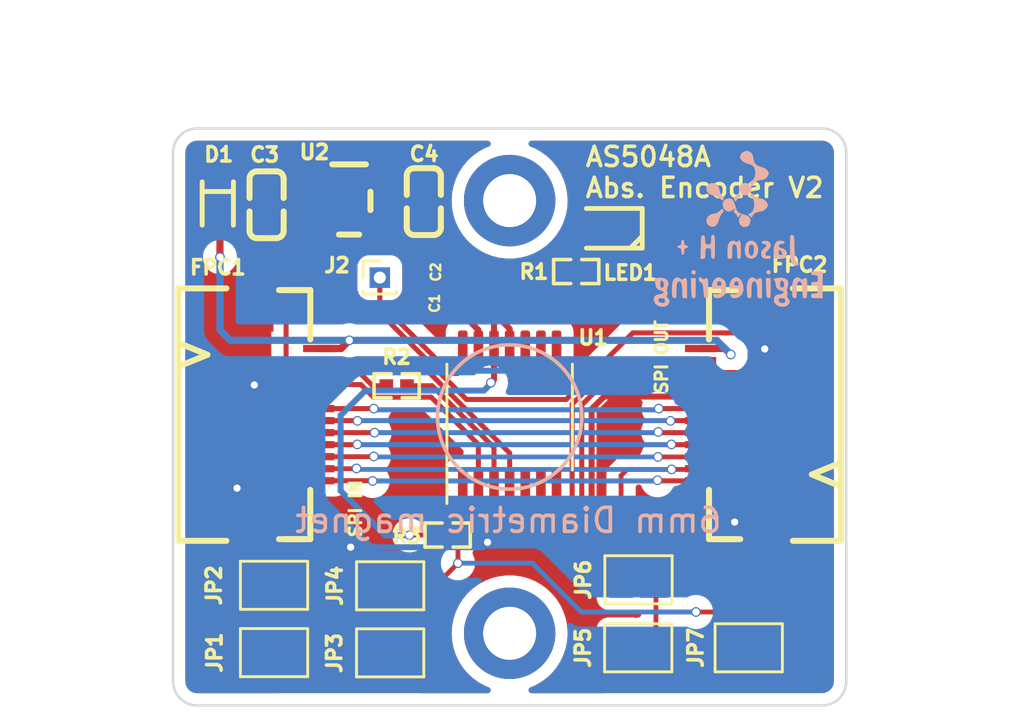
<source format=kicad_pcb>
(kicad_pcb (version 20211014) (generator pcbnew)
  (layers (0 "F.Cu" power) (31 "B.Cu" power) (34 "B.Paste" user) (35 "F.Paste" user) (36 "B.SilkS" user "B.Silkscreen") (37 "F.SilkS" user "F.Silkscreen") (38 "B.Mask" user) (39 "F.Mask" user) (44 "Edge.Cuts" user))
  (net 0 "")
  (net 1 "/3V3")
  (net 2 "GND")
  (net 3 "/5V")
  (net 4 "/MOSI")
  (net 5 "/MISO")
  (net 6 "/CLK")
  (net 7 "/CS6")
  (net 8 "/CS7")
  (net 9 "/CS5")
  (net 10 "Net-(J2-Pad1)")
  (net 17 "Net-(LED1-Pad2)")
  (net 18 "/CS4")
  (net 19 "/CS3")
  (net 20 "/CS2")
  (net 21 "/CS1")
  (net 22 "Net-(R2-Pad1)")
  (net 23 "/5V_reg")
  (net 25 "/CS")
  (footprint "green_LED_wurth_150060GS75000_0603_C5252984:LEDC1608X80N" (layer "F.Cu") (at 203.94 92.15 180)
    (fp_text reference "LED1" (at -1.08 -1.85) (layer "F.SilkS") (effects (font (size 0.6 0.6))))
    (fp_text value "Green")
    (pad "1" smd rect locked (at -0.75 0 180) (size 0.95 0.95) (layers "F.Cu" "F.Paste" "F.Mask") (net 2 "GND"))
    (pad "2" smd rect locked (at 0.75 0 180) (size 0.95 0.95) (layers "F.Cu" "F.Paste" "F.Mask") (net 17 "Net-(LED1-Pad2)"))
  )
  (footprint "LDO_1A_Fixed_3.3V_out_5.5V_in_SOT-23-5_C485517:LDO_1A_Fixed_3.3V_out_5.5V_in_SOT-23-5_C485517" (layer "F.Cu") (at 193.32 91.01 -90)
    (fp_text reference "U2" (at -2.03 1.44 180) (layer "F.SilkS") (effects (font (size 0.6 0.6))))
    (fp_text value "TLV75733PDBVR")
    (pad "1" smd rect locked (at -0.95 1.1 270) (size 0.6 1) (layers "F.Cu" "F.Paste" "F.Mask") (net 3 "/5V"))
    (pad "2" smd rect locked (at 0 1.1 270) (size 0.6 1) (layers "F.Cu" "F.Paste" "F.Mask") (net 2 "GND"))
    (pad "3" smd rect locked (at 0.95 1.1 270) (size 0.6 1) (layers "F.Cu" "F.Paste" "F.Mask") (net 3 "/5V"))
    (pad "4" smd rect locked (at 0.95 -1.1 270) (size 0.6 1) (layers "F.Cu" "F.Paste" "F.Mask"))
    (pad "5" smd rect locked (at -0.95 -1.1 270) (size 0.6 1) (layers "F.Cu" "F.Paste" "F.Mask") (net 1 "/3V3"))
  )
  (footprint "diode_BAT20JFILM:SOD-323" (layer "F.Cu") (at 187.86 91.12 -90)
    (property "VALUE" "BAT20JFILM")
    (fp_text reference "D1" (at -2.04 -0.04 180) (layer "F.SilkS") (effects (font (size 0.6 0.6))))
    (fp_text value "BAT20JFILM")
    (pad "A" smd rect locked (at 1.15 0 270) (size 0.63 0.83) (layers "F.Cu" "F.Paste" "F.Mask") (net 23 "/5V_reg"))
    (pad "C" smd rect locked (at -1.15 0 270) (size 0.63 0.83) (layers "F.Cu" "F.Paste" "F.Mask") (net 3 "/5V"))
  )
  (footprint "solder_jumpers:SolderJumper-2_P1.3mm_Open_TrianglePad1.0x1.5mm" (layer "F.Cu") (at 209.945 109.6)
    (fp_text reference "JP7" (at -2.205 0 90) (layer "F.SilkS") (effects (font (size 0.6 0.6))))
    (fp_text value "Jumper_2_Open")
    (pad "1" smd custom locked (at -0.725 0) (size 0.3 0.3) (layers "F.Cu" "F.Mask") (net 8 "/CS7") (options (clearance outline) (anchor rect)) (primitives (gr_poly (pts (xy -0.5 -0.75) (xy 0.5 -0.75) (xy 1 0) (xy 0.5 0.75) (xy -0.5 0.75)) (width 0) (fill yes))))
    (pad "2" smd custom locked (at 0.725 0) (size 0.3 0.3) (layers "F.Cu" "F.Mask") (net 25 "/CS") (options (clearance outline) (anchor rect)) (primitives (gr_poly (pts (xy -0.65 -0.75) (xy 0.5 -0.75) (xy 0.5 0.75) (xy -0.65 0.75) (xy -0.15 0)) (width 0) (fill yes))))
  )
  (footprint "MountingHole:MountingHole_2.2mm_M2_DIN965_Pad" (layer "F.Cu") (at 200 90.9975)
    (fp_text reference "REF**" hide)
    (fp_text value "MountingHole_2.2mm_M2_DIN965_Pad")
    (pad "1" thru_hole circle locked (at 0 0) (size 3.8 3.8) (drill 2.2) (layers *.Cu *.Mask))
  )
  (footprint "MLCC_16V_1uF_X7R_±10%_0603_C106248:MLCC_16V_1uF_X7R_±10%_0603_C106248" (layer "F.Cu") (at 196.43 91.04 90)
    (fp_text reference "C4" (at 1.98 0.01) (layer "F.SilkS") (effects (font (size 0.6 0.6))))
    (fp_text value "CC0603KRX7R7BB105")
    (pad "1" smd rect locked (at -0.7 0 90) (size 0.8 0.9) (layers "F.Cu" "F.Paste" "F.Mask") (net 1 "/3V3"))
    (pad "2" smd rect locked (at 0.7 0 90) (size 0.8 0.9) (layers "F.Cu" "F.Paste" "F.Mask") (net 2 "GND"))
  )
  (footprint "Resistor_62.5mW_50V_±1%_33Ω_0402_C138002:Resistor_62.5mW_50V_±1%_33Ω_0402_C138002" (layer "F.Cu") (at 195.3 98.7 180)
    (fp_text reference "R2" (at 0 1.2) (layer "F.SilkS") (effects (font (size 0.6 0.6))))
    (fp_text value "RC0402FR-0733RL")
    (pad "1" smd rect locked (at -0.43 0 180) (size 0.57 0.54) (layers "F.Cu" "F.Paste" "F.Mask") (net 22 "Net-(R2-Pad1)"))
    (pad "2" smd rect locked (at 0.43 0 180) (size 0.57 0.54) (layers "F.Cu" "F.Paste" "F.Mask") (net 5 "/MISO"))
  )
  (footprint "Connector_PinHeader_1.00mm:PinHeader_1x01_P1.00mm_Vertical" (layer "F.Cu") (at 194.6 94.2)
    (fp_text reference "J2" (at -1.78 -0.51) (layer "F.SilkS") (effects (font (size 0.6 0.6))))
    (fp_text value "Conn_01x01_Female")
    (pad "1" thru_hole rect (at 0 0) (size 0.85 0.85) (drill 0.5) (layers *.Cu *.Mask) (net 10 "Net-(J2-Pad1)"))
  )
  (footprint "MountingHole:MountingHole_2.2mm_M2_DIN965_Pad" (layer "F.Cu") (at 200 108.9975)
    (fp_text reference "REF**" hide)
    (fp_text value "MountingHole_2.2mm_M2_DIN965_Pad")
    (pad "1" thru_hole circle locked (at 0 0) (size 3.8 3.8) (drill 2.2) (layers *.Cu *.Mask))
  )
  (footprint "solder_jumpers:SolderJumper-2_P1.3mm_Open_TrianglePad1.0x1.5mm" (layer "F.Cu") (at 195.03 109.81)
    (fp_text reference "JP3" (at -2.32 0.01 90) (layer "F.SilkS") (effects (font (size 0.6 0.6))))
    (fp_text value "Jumper_2_Open")
    (pad "1" smd custom locked (at -0.725 0) (size 0.3 0.3) (layers "F.Cu" "F.Mask") (net 19 "/CS3") (options (clearance outline) (anchor rect)) (primitives (gr_poly (pts (xy -0.5 -0.75) (xy 0.5 -0.75) (xy 1 0) (xy 0.5 0.75) (xy -0.5 0.75)) (width 0) (fill yes))))
    (pad "2" smd custom locked (at 0.725 0) (size 0.3 0.3) (layers "F.Cu" "F.Mask") (net 25 "/CS") (options (clearance outline) (anchor rect)) (primitives (gr_poly (pts (xy -0.65 -0.75) (xy 0.5 -0.75) (xy 0.5 0.75) (xy -0.65 0.75) (xy -0.15 0)) (width 0) (fill yes))))
  )
  (footprint "solder_jumpers:SolderJumper-2_P1.3mm_Open_TrianglePad1.0x1.5mm" (layer "F.Cu") (at 190.2 109.8)
    (fp_text reference "JP1" (at -2.475 0 90) (layer "F.SilkS") (effects (font (size 0.6 0.6))))
    (fp_text value "Jumper_2_Open")
    (pad "1" smd custom locked (at -0.725 0) (size 0.3 0.3) (layers "F.Cu" "F.Mask") (net 21 "/CS1") (options (clearance outline) (anchor rect)) (primitives (gr_poly (pts (xy -0.5 -0.75) (xy 0.5 -0.75) (xy 1 0) (xy 0.5 0.75) (xy -0.5 0.75)) (width 0) (fill yes))))
    (pad "2" smd custom locked (at 0.725 0) (size 0.3 0.3) (layers "F.Cu" "F.Mask") (net 25 "/CS") (options (clearance outline) (anchor rect)) (primitives (gr_poly (pts (xy -0.65 -0.75) (xy 0.5 -0.75) (xy 0.5 0.75) (xy -0.65 0.75) (xy -0.15 0)) (width 0) (fill yes))))
  )
  (footprint "FFC_conn_Flip type_12P_P=0.5mm_C262661:FFC_conn_Flip type_12P_P=0.5mm_C262661" (layer "F.Cu") (at 190.7175 99.9 -90)
    (fp_text reference "FPC1" (at -6.12 2.8575 180) (layer "F.SilkS") (effects (font (size 0.6 0.6))))
    (fp_text value "AFC01-S12FCA-00")
    (pad "1" smd rect locked (at -2.75 -1.34 270) (size 0.3 1.3) (layers "F.Cu" "F.Paste" "F.Mask") (net 23 "/5V_reg"))
    (pad "2" smd rect locked (at -2.25 -1.34 270) (size 0.3 1.3) (layers "F.Cu" "F.Paste" "F.Mask") (net 4 "/MOSI"))
    (pad "3" smd rect locked (at -1.75 -1.34 270) (size 0.3 1.3) (layers "F.Cu" "F.Paste" "F.Mask") (net 5 "/MISO"))
    (pad "4" smd rect locked (at -1.25 -1.34 270) (size 0.3 1.3) (layers "F.Cu" "F.Paste" "F.Mask") (net 6 "/CLK"))
    (pad "5" smd rect locked (at -0.75 -1.34 270) (size 0.3 1.3) (layers "F.Cu" "F.Paste" "F.Mask") (net 2 "GND"))
    (pad "6" smd rect locked (at -0.25 -1.34 270) (size 0.3 1.3) (layers "F.Cu" "F.Paste" "F.Mask") (net 21 "/CS1"))
    (pad "7" smd rect locked (at 0.25 -1.34 270) (size 0.3 1.3) (layers "F.Cu" "F.Paste" "F.Mask") (net 20 "/CS2"))
    (pad "8" smd rect locked (at 0.75 -1.34 270) (size 0.3 1.3) (layers "F.Cu" "F.Paste" "F.Mask") (net 19 "/CS3"))
    (pad "9" smd rect locked (at 1.25 -1.34 270) (size 0.3 1.3) (layers "F.Cu" "F.Paste" "F.Mask") (net 18 "/CS4"))
    (pad "10" smd rect locked (at 1.75 -1.34 270) (size 0.3 1.3) (layers "F.Cu" "F.Paste" "F.Mask") (net 9 "/CS5"))
    (pad "11" smd rect locked (at 2.25 -1.34 270) (size 0.3 1.3) (layers "F.Cu" "F.Paste" "F.Mask") (net 7 "/CS6"))
    (pad "12" smd rect locked (at 2.75 -1.34 270) (size 0.3 1.3) (layers "F.Cu" "F.Paste" "F.Mask") (net 8 "/CS7"))
    (pad "13" smd rect locked (at -4.45 1.34 270) (size 2 1.6) (layers "F.Cu" "F.Paste" "F.Mask") (net 2 "GND"))
    (pad "14" smd rect locked (at 4.45 1.34 90) (size 2 1.6) (layers "F.Cu" "F.Paste" "F.Mask") (net 2 "GND"))
  )
  (footprint "solder_jumpers:SolderJumper-2_P1.3mm_Open_TrianglePad1.0x1.5mm" (layer "F.Cu") (at 190.2 107)
    (fp_text reference "JP2" (at -2.5 0 90) (layer "F.SilkS") (effects (font (size 0.6 0.6))))
    (fp_text value "Jumper_2_Open")
    (pad "1" smd custom locked (at -0.725 0) (size 0.3 0.3) (layers "F.Cu" "F.Mask") (net 20 "/CS2") (options (clearance outline) (anchor rect)) (primitives (gr_poly (pts (xy -0.5 -0.75) (xy 0.5 -0.75) (xy 1 0) (xy 0.5 0.75) (xy -0.5 0.75)) (width 0) (fill yes))))
    (pad "2" smd custom locked (at 0.725 0) (size 0.3 0.3) (layers "F.Cu" "F.Mask") (net 25 "/CS") (options (clearance outline) (anchor rect)) (primitives (gr_poly (pts (xy -0.65 -0.75) (xy 0.5 -0.75) (xy 0.5 0.75) (xy -0.65 0.75) (xy -0.15 0)) (width 0) (fill yes))))
  )
  (footprint "solder_jumpers:SolderJumper-2_P1.3mm_Open_TrianglePad1.0x1.5mm" (layer "F.Cu") (at 205.36 106.77)
    (fp_text reference "JP6" (at -2.3 0 90) (layer "F.SilkS") (effects (font (size 0.6 0.6))))
    (fp_text value "Jumper_2_Open")
    (pad "1" smd custom locked (at -0.725 0) (size 0.3 0.3) (layers "F.Cu" "F.Mask") (net 7 "/CS6") (options (clearance outline) (anchor rect)) (primitives (gr_poly (pts (xy -0.5 -0.75) (xy 0.5 -0.75) (xy 1 0) (xy 0.5 0.75) (xy -0.5 0.75)) (width 0) (fill yes))))
    (pad "2" smd custom locked (at 0.725 0) (size 0.3 0.3) (layers "F.Cu" "F.Mask") (net 25 "/CS") (options (clearance outline) (anchor rect)) (primitives (gr_poly (pts (xy -0.65 -0.75) (xy 0.5 -0.75) (xy 0.5 0.75) (xy -0.65 0.75) (xy -0.15 0)) (width 0) (fill yes))))
  )
  (footprint "10uF_cap_GRM155R60J106ME15D:CAPC1005X65N" (layer "F.Cu") (at 198.24 95.28 180)
    (fp_text reference "C1" (at 1.36 0.01 90) (layer "F.SilkS") (effects (font (size 0.4 0.4) (thickness 0.1))))
    (fp_text value "GRM155R60J106ME15D")
    (pad "1" smd rect locked (at -0.437 0 180) (size 0.6 0.67) (layers "F.Cu" "F.Paste" "F.Mask") (net 1 "/3V3"))
    (pad "2" smd rect locked (at 0.437 0 180) (size 0.6 0.67) (layers "F.Cu" "F.Paste" "F.Mask") (net 2 "GND"))
  )
  (footprint "100nf_cap_GCM155R71C104KA55J:CAPC1005X55N" (layer "F.Cu") (at 198.24 93.94 180)
    (fp_text reference "C2" (at 1.31 -0.03 90) (layer "F.SilkS") (effects (font (size 0.4 0.4) (thickness 0.1))))
    (fp_text value "GCM155R71C104KA55J")
    (pad "1" smd rect locked (at -0.432 0 180) (size 0.54 0.6) (layers "F.Cu" "F.Paste" "F.Mask") (net 1 "/3V3"))
    (pad "2" smd rect locked (at 0.432 0 180) (size 0.54 0.6) (layers "F.Cu" "F.Paste" "F.Mask") (net 2 "GND"))
  )
  (footprint "solder_jumpers:SolderJumper-2_P1.3mm_Open_TrianglePad1.0x1.5mm" (layer "F.Cu") (at 195.03 107.02)
    (fp_text reference "JP4" (at -2.3 0 90) (layer "F.SilkS") (effects (font (size 0.6 0.6))))
    (fp_text value "Jumper_2_Open")
    (pad "1" smd custom locked (at -0.725 0) (size 0.3 0.3) (layers "F.Cu" "F.Mask") (net 18 "/CS4") (options (clearance outline) (anchor rect)) (primitives (gr_poly (pts (xy -0.5 -0.75) (xy 0.5 -0.75) (xy 1 0) (xy 0.5 0.75) (xy -0.5 0.75)) (width 0) (fill yes))))
    (pad "2" smd custom locked (at 0.725 0) (size 0.3 0.3) (layers "F.Cu" "F.Mask") (net 25 "/CS") (options (clearance outline) (anchor rect)) (primitives (gr_poly (pts (xy -0.65 -0.75) (xy 0.5 -0.75) (xy 0.5 0.75) (xy -0.65 0.75) (xy -0.15 0)) (width 0) (fill yes))))
  )
  (footprint "Resistor_62.5mW_50V_±0.5%_1kΩ_0402_C407754:Resistor_62.5mW_50V_±0.5%_1kΩ_0402_C407754" (layer "F.Cu") (at 202.77 93.95)
    (fp_text reference "R1" (at -1.76 0.01) (layer "F.SilkS") (effects (font (size 0.6 0.6))))
    (fp_text value "0402WGD1001TCE")
    (pad "1" smd rect locked (at -0.43 0) (size 0.57 0.54) (layers "F.Cu" "F.Paste" "F.Mask") (net 1 "/3V3"))
    (pad "2" smd rect locked (at 0.43 0) (size 0.57 0.54) (layers "F.Cu" "F.Paste" "F.Mask") (net 17 "Net-(LED1-Pad2)"))
  )
  (footprint "solder_jumpers:SolderJumper-2_P1.3mm_Open_TrianglePad1.0x1.5mm" (layer "F.Cu") (at 205.35 109.6)
    (fp_text reference "JP5" (at -2.3 0 90) (layer "F.SilkS") (effects (font (size 0.6 0.6))))
    (fp_text value "Jumper_2_Open")
    (pad "1" smd custom locked (at -0.725 0) (size 0.3 0.3) (layers "F.Cu" "F.Mask") (net 9 "/CS5") (options (clearance outline) (anchor rect)) (primitives (gr_poly (pts (xy -0.5 -0.75) (xy 0.5 -0.75) (xy 1 0) (xy 0.5 0.75) (xy -0.5 0.75)) (width 0) (fill yes))))
    (pad "2" smd custom locked (at 0.725 0) (size 0.3 0.3) (layers "F.Cu" "F.Mask") (net 25 "/CS") (options (clearance outline) (anchor rect)) (primitives (gr_poly (pts (xy -0.65 -0.75) (xy 0.5 -0.75) (xy 0.5 0.75) (xy -0.65 0.75) (xy -0.15 0)) (width 0) (fill yes))))
  )
  (footprint "FFC_conn_Flip type_12P_P=0.5mm_C262661:FFC_conn_Flip type_12P_P=0.5mm_C262661" (layer "F.Cu") (at 209.2825 99.9 90)
    (fp_text reference "FPC2" (at 6.23 2.7775 180) (layer "F.SilkS") (effects (font (size 0.6 0.6))))
    (fp_text value "AFC01-S12FCA-00")
    (pad "1" smd rect locked (at -2.75 -1.34 90) (size 0.3 1.3) (layers "F.Cu" "F.Paste" "F.Mask") (net 8 "/CS7"))
    (pad "2" smd rect locked (at -2.25 -1.34 90) (size 0.3 1.3) (layers "F.Cu" "F.Paste" "F.Mask") (net 7 "/CS6"))
    (pad "3" smd rect locked (at -1.75 -1.34 90) (size 0.3 1.3) (layers "F.Cu" "F.Paste" "F.Mask") (net 9 "/CS5"))
    (pad "4" smd rect locked (at -1.25 -1.34 90) (size 0.3 1.3) (layers "F.Cu" "F.Paste" "F.Mask") (net 18 "/CS4"))
    (pad "5" smd rect locked (at -0.75 -1.34 90) (size 0.3 1.3) (layers "F.Cu" "F.Paste" "F.Mask") (net 19 "/CS3"))
    (pad "6" smd rect locked (at -0.25 -1.34 90) (size 0.3 1.3) (layers "F.Cu" "F.Paste" "F.Mask") (net 20 "/CS2"))
    (pad "7" smd rect locked (at 0.25 -1.34 90) (size 0.3 1.3) (layers "F.Cu" "F.Paste" "F.Mask") (net 21 "/CS1"))
    (pad "8" smd rect locked (at 0.75 -1.34 90) (size 0.3 1.3) (layers "F.Cu" "F.Paste" "F.Mask") (net 2 "GND"))
    (pad "9" smd rect locked (at 1.25 -1.34 90) (size 0.3 1.3) (layers "F.Cu" "F.Paste" "F.Mask") (net 6 "/CLK"))
    (pad "10" smd rect locked (at 1.75 -1.34 90) (size 0.3 1.3) (layers "F.Cu" "F.Paste" "F.Mask") (net 5 "/MISO"))
    (pad "11" smd rect locked (at 2.25 -1.34 90) (size 0.3 1.3) (layers "F.Cu" "F.Paste" "F.Mask") (net 4 "/MOSI"))
    (pad "12" smd rect locked (at 2.75 -1.34 90) (size 0.3 1.3) (layers "F.Cu" "F.Paste" "F.Mask") (net 23 "/5V_reg"))
    (pad "13" smd rect locked (at -4.45 1.34 90) (size 2 1.6) (layers "F.Cu" "F.Paste" "F.Mask") (net 2 "GND"))
    (pad "14" smd rect locked (at 4.45 1.34 270) (size 2 1.6) (layers "F.Cu" "F.Paste" "F.Mask") (net 2 "GND"))
  )
  (footprint "Resistor_62.5mW_50V_±1%_10kΩ_0402_C60490:Resistor_62.5mW_50V_±1%_10kΩ_0402_C60490" (layer "F.Cu") (at 197.42 104.91)
    (fp_text reference "R3" (at -1.7 0.04) (layer "F.SilkS") (effects (font (size 0.6 0.6))))
    (fp_text value "RC0402FR-0710KL")
    (pad "1" smd rect locked (at -0.43 0) (size 0.57 0.54) (layers "F.Cu" "F.Paste" "F.Mask") (net 1 "/3V3"))
    (pad "2" smd rect locked (at 0.43 0) (size 0.57 0.54) (layers "F.Cu" "F.Paste" "F.Mask") (net 25 "/CS"))
  )
  (footprint "MLCC_16V_1uF_X7R_±10%_0603_C106248:MLCC_16V_1uF_X7R_±10%_0603_C106248" (layer "F.Cu") (at 189.89 91.17 -90)
    (fp_text reference "C3" (at -2.08 0.08 180) (layer "F.SilkS") (effects (font (size 0.6 0.6))))
    (fp_text value "CC0603KRX7R7BB105")
    (pad "1" smd rect locked (at -0.7 0 270) (size 0.8 0.9) (layers "F.Cu" "F.Paste" "F.Mask") (net 3 "/5V"))
    (pad "2" smd rect locked (at 0.7 0 270) (size 0.8 0.9) (layers "F.Cu" "F.Paste" "F.Mask") (net 2 "GND"))
  )
  (footprint "Package_SO:TSSOP-14_4.4x5mm_P0.65mm" (layer "F.Cu") (at 200 100 90)
    (fp_text reference "U1" (at 3.3 3.48 180) (layer "F.SilkS") (effects (font (size 0.6 0.6))))
    (fp_text value "AS5048A")
    (pad "1" smd roundrect (at -2.8625 -1.95 90) (size 1.475 0.4) (layers "F.Cu" "F.Paste" "F.Mask") (net 25 "/CS"))
    (pad "2" smd roundrect (at -2.8625 -1.3 90) (size 1.475 0.4) (layers "F.Cu" "F.Paste" "F.Mask") (net 6 "/CLK"))
    (pad "3" smd roundrect (at -2.8625 -0.65 90) (size 1.475 0.4) (layers "F.Cu" "F.Paste" "F.Mask") (net 22 "Net-(R2-Pad1)"))
    (pad "4" smd roundrect (at -2.8625 0 90) (size 1.475 0.4) (layers "F.Cu" "F.Paste" "F.Mask") (net 4 "/MOSI"))
    (pad "5" smd roundrect (at -2.8625 0.65 90) (size 1.475 0.4) (layers "F.Cu" "F.Paste" "F.Mask"))
    (pad "6" smd roundrect (at -2.8625 1.3 90) (size 1.475 0.4) (layers "F.Cu" "F.Paste" "F.Mask"))
    (pad "7" smd roundrect (at -2.8625 1.95 90) (size 1.475 0.4) (layers "F.Cu" "F.Paste" "F.Mask"))
    (pad "8" smd roundrect (at 2.8625 1.95 90) (size 1.475 0.4) (layers "F.Cu" "F.Paste" "F.Mask"))
    (pad "9" smd roundrect (at 2.8625 1.3 90) (size 1.475 0.4) (layers "F.Cu" "F.Paste" "F.Mask"))
    (pad "10" smd roundrect (at 2.8625 0.65 90) (size 1.475 0.4) (layers "F.Cu" "F.Paste" "F.Mask"))
    (pad "11" smd roundrect (at 2.8625 0 90) (size 1.475 0.4) (layers "F.Cu" "F.Paste" "F.Mask") (net 1 "/3V3"))
    (pad "12" smd roundrect (at 2.8625 -0.65 90) (size 1.475 0.4) (layers "F.Cu" "F.Paste" "F.Mask") (net 1 "/3V3"))
    (pad "13" smd roundrect (at 2.8625 -1.3 90) (size 1.475 0.4) (layers "F.Cu" "F.Paste" "F.Mask") (net 2 "GND"))
    (pad "14" smd roundrect (at 2.8625 -1.95 90) (size 1.475 0.4) (layers "F.Cu" "F.Paste" "F.Mask") (net 10 "Net-(J2-Pad1)"))
  )
  (footprint "" (layer "F.Cu") (at 200 90.9975)
    (fp_text reference "" (at 0 0) (layer "F.SilkS") (effects (font (size 1.27 1.27))))
    (fp_text value "" (at 0 0) (layer "F.SilkS") (effects (font (size 1.27 1.27))))
    (pad "1" thru_hole circle locked (at 0 0) (size 3.8 3.8) (drill 2.2) (layers *.Cu *.Mask))
  )
  (footprint "" (layer "F.Cu") (at 200 108.9975)
    (fp_text reference "" (at 0 0) (layer "F.SilkS") (effects (font (size 1.27 1.27))))
    (fp_text value "" (at 0 0) (layer "F.SilkS") (effects (font (size 1.27 1.27))))
    (pad "1" thru_hole circle locked (at 0 0) (size 3.8 3.8) (drill 2.2) (layers *.Cu *.Mask))
  )
  (footprint "my_logo:my_logo_8mm" (layer "B.Cu") (at 209.5 92.18 180)
    (fp_text reference "G***" hide)
    (fp_text value "LOGO" hide)
  )
  (gr_circle (center 200 100) (end 203 100) (layer "B.SilkS") (width 0.15) (fill none))
  (gr_arc (start 186 88.9975) (mid 186.292893 88.290393) (end 187 87.9975) (layer "Edge.Cuts") (width 0.1))
  (gr_arc (start 213 87.9975) (mid 213.707107 88.290393) (end 214 88.9975) (layer "Edge.Cuts") (width 0.1))
  (gr_line (start 186 110.9975) (end 186 88.9975) (layer "Edge.Cuts") (width 0.1))
  (gr_line (start 187 111.9975) (end 213 111.9975) (layer "Edge.Cuts") (width 0.1))
  (gr_arc (start 187 111.9975) (mid 186.292893 111.704607) (end 186 110.9975) (layer "Edge.Cuts") (width 0.1))
  (gr_arc (start 214 110.9975) (mid 213.707107 111.704607) (end 213 111.9975) (layer "Edge.Cuts") (width 0.1))
  (gr_line (start 187 87.9975) (end 213 87.9975) (layer "Edge.Cuts") (width 0.1))
  (gr_line (start 214 110.9975) (end 214 88.9975) (layer "Edge.Cuts") (width 0.1))
  (gr_text "6mm Diametric magnet" (at 199.95 104.3) (layer "B.SilkS") (effects (font (size 1 1)) (justify mirror)))
  (gr_text "AS5048A\nAbs. Encoder V2" (at 203.08 89.82) (layer "F.SilkS") (effects (font (size 0.8 0.8)) (justify left)))
  (gr_text "SPI IN" (at 193.59 103.81 90) (layer "F.SilkS") (effects (font (size 0.5 0.5) (thickness 0.125))))
  (gr_text "SPI OUT" (at 206.32 97.5 90) (layer "F.SilkS") (effects (font (size 0.5 0.5) (thickness 0.125))))
  (segment (start 198.677 95.347) (end 199.35 96.02) (width 0.25) (layer "F.Cu") (net 1))
  (segment (start 202.33 93.94) (end 202.34 93.95) (width 0.25) (layer "F.Cu") (net 1))
  (segment (start 198.672 93.422) (end 198.672 93.94) (width 0.25) (layer "F.Cu") (net 1))
  (segment (start 194.53 90.64) (end 195.63 91.74) (width 0.25) (layer "F.Cu") (net 1))
  (segment (start 195.63 91.74) (end 196.99 91.74) (width 0.25) (layer "F.Cu") (net 1))
  (segment (start 198.95 95.28) (end 198.677 95.28) (width 0.25) (layer "F.Cu") (net 1))
  (segment (start 199.35 98.44) (end 199.35 97.1375) (width 0.25) (layer "F.Cu") (net 1))
  (segment (start 199.35 96.02) (end 199.35 97.1375) (width 0.25) (layer "F.Cu") (net 1))
  (segment (start 194.42 90.06) (end 194.53 90.17) (width 0.25) (layer "F.Cu") (net 1))
  (segment (start 200 96.33) (end 198.95 95.28) (width 0.25) (layer "F.Cu") (net 1))
  (segment (start 198.672 95.275) (end 198.677 95.28) (width 0.25) (layer "F.Cu") (net 1))
  (segment (start 196.99 104.91) (end 195.84 104.91) (width 0.2) (layer "F.Cu") (net 1))
  (segment (start 198.672 93.94) (end 202.33 93.94) (width 0.25) (layer "F.Cu") (net 1))
  (segment (start 200 97.1375) (end 200 96.33) (width 0.25) (layer "F.Cu") (net 1))
  (segment (start 199.22 98.57) (end 199.35 98.44) (width 0.25) (layer "F.Cu") (net 1))
  (segment (start 198.677 95.28) (end 198.677 95.347) (width 0.25) (layer "F.Cu") (net 1))
  (segment (start 194.53 90.17) (end 194.53 90.64) (width 0.25) (layer "F.Cu") (net 1))
  (segment (start 196.99 91.74) (end 198.672 93.422) (width 0.25) (layer "F.Cu") (net 1))
  (segment (start 195.84 104.91) (end 195.83 104.92) (width 0.2) (layer "F.Cu") (net 1))
  (segment (start 198.672 93.94) (end 198.672 95.275) (width 0.25) (layer "F.Cu") (net 1))
  (via (at 199.22 98.57) (size 0.4) (drill 0.3) (layers "F.Cu" "B.Cu") (net 1))
  (via (at 195.83 104.92) (size 0.4) (drill 0.3) (layers "F.Cu" "B.Cu") (net 1))
  (segment (start 194 98.9) (end 192.97 99.93) (width 0.25) (layer "B.Cu") (net 1))
  (segment (start 198.93 98.9) (end 194 98.9) (width 0.25) (layer "B.Cu") (net 1))
  (segment (start 199.22 98.61) (end 198.93 98.9) (width 0.25) (layer "B.Cu") (net 1))
  (segment (start 192.97 103.07) (end 194.82 104.92) (width 0.25) (layer "B.Cu") (net 1))
  (segment (start 199.22 98.57) (end 199.22 98.61) (width 0.25) (layer "B.Cu") (net 1))
  (segment (start 192.97 99.93) (end 192.97 103.07) (width 0.25) (layer "B.Cu") (net 1))
  (segment (start 194.82 104.92) (end 195.83 104.92) (width 0.25) (layer "B.Cu") (net 1))
  (segment (start 207.9425 99.15) (end 203.93 99.15) (width 0.25) (layer "F.Cu") (net 2))
  (segment (start 210.6025 104.37) (end 210.6225 104.35) (width 0.25) (layer "F.Cu") (net 2))
  (segment (start 209.36 104.37) (end 210.6025 104.37) (width 0.25) (layer "F.Cu") (net 2))
  (segment (start 189.86 99.15) (end 189.3775 98.6675) (width 0.25) (layer "F.Cu") (net 2))
  (segment (start 203.41 104.29) (end 202.49 105.21) (width 0.25) (layer "F.Cu") (net 2))
  (segment (start 210.6225 97.1575) (end 210.6225 95.45) (width 0.25) (layer "F.Cu") (net 2))
  (segment (start 210.61 97.17) (end 210.6225 97.1575) (width 0.25) (layer "F.Cu") (net 2))
  (segment (start 197.803 93.945) (end 197.808 93.94) (width 0.25) (layer "F.Cu") (net 2))
  (segment (start 189.3775 104.35) (end 189.3775 103.6775) (width 0.25) (layer "F.Cu") (net 2))
  (segment (start 190.58 91.87) (end 189.89 91.87) (width 0.25) (layer "F.Cu") (net 2))
  (segment (start 202.49 105.21) (end 199.08 105.21) (width 0.25) (layer "F.Cu") (net 2))
  (segment (start 203.49 99.59) (end 203.41 99.67) (width 0.25) (layer "F.Cu") (net 2))
  (segment (start 192.0575 99.15) (end 189.86 99.15) (width 0.25) (layer "F.Cu") (net 2))
  (segment (start 197.803 95.483) (end 197.803 95.28) (width 0.25) (layer "F.Cu") (net 2))
  (segment (start 198.7 97.1375) (end 198.7 96.38) (width 0.25) (layer "F.Cu") (net 2))
  (segment (start 207.9425 99.15) (end 210.12 99.15) (width 0.25) (layer "F.Cu") (net 2))
  (segment (start 192.22 91.01) (end 191.44 91.01) (width 0.25) (layer "F.Cu") (net 2))
  (segment (start 210.12 99.15) (end 210.6225 98.6475) (width 0.25) (layer "F.Cu") (net 2))
  (segment (start 189.3775 103.6775) (end 188.66 102.96) (width 0.25) (layer "F.Cu") (net 2))
  (segment (start 189.3775 98.6675) (end 189.3775 95.45) (width 0.25) (layer "F.Cu") (net 2))
  (segment (start 198.7 96.38) (end 197.803 95.483) (width 0.25) (layer "F.Cu") (net 2))
  (segment (start 210.6225 98.6475) (end 210.6225 95.45) (width 0.25) (layer "F.Cu") (net 2))
  (segment (start 197.803 95.28) (end 197.803 93.945) (width 0.25) (layer "F.Cu") (net 2))
  (segment (start 203.41 99.67) (end 203.41 104.29) (width 0.25) (layer "F.Cu") (net 2))
  (segment (start 203.93 99.15) (end 203.49 99.59) (width 0.25) (layer "F.Cu") (net 2))
  (segment (start 191.44 91.01) (end 190.58 91.87) (width 0.25) (layer "F.Cu") (net 2))
  (via (at 209.36 104.37) (size 0.4) (drill 0.3) (layers "F.Cu" "B.Cu") (net 2))
  (via (at 193.385 105.415) (size 0.4) (drill 0.3) (layers "F.Cu" "B.Cu") (net 2))
  (via (at 188.66 102.96) (size 0.4) (drill 0.3) (layers "F.Cu" "B.Cu") (net 2))
  (via (at 210.61 97.17) (size 0.4) (drill 0.3) (layers "F.Cu" "B.Cu") (net 2))
  (via (at 189.3775 98.6675) (size 0.4) (drill 0.3) (layers "F.Cu" "B.Cu") (net 2))
  (via (at 199.08 105.21) (size 0.4) (drill 0.3) (layers "F.Cu" "B.Cu") (net 2))
  (segment (start 188.66 99.385) (end 189.3775 98.6675) (width 0.25) (layer "B.Cu") (net 2))
  (segment (start 210.24 98.5) (end 201.1 98.5) (width 0.25) (layer "B.Cu") (net 2))
  (segment (start 188.66 102.96) (end 188.66 99.385) (width 0.25) (layer "B.Cu") (net 2))
  (segment (start 191.115 105.415) (end 188.66 102.96) (width 0.25) (layer "B.Cu") (net 2))
  (segment (start 210.62 97.18) (end 210.62 98.12) (width 0.25) (layer "B.Cu") (net 2))
  (segment (start 193.385 105.415) (end 191.115 105.415) (width 0.25) (layer "B.Cu") (net 2))
  (segment (start 201.1 98.5) (end 200.675 98.075) (width 0.25) (layer "B.Cu") (net 2))
  (segment (start 210.61 97.17) (end 210.62 97.18) (width 0.25) (layer "B.Cu") (net 2))
  (segment (start 200.675 98.075) (end 189.97 98.075) (width 0.25) (layer "B.Cu") (net 2))
  (segment (start 199.08 105.21) (end 208.52 105.21) (width 0.25) (layer "B.Cu") (net 2))
  (segment (start 189.97 98.075) (end 189.3775 98.6675) (width 0.25) (layer "B.Cu") (net 2))
  (segment (start 208.52 105.21) (end 209.36 104.37) (width 0.25) (layer "B.Cu") (net 2))
  (segment (start 210.62 98.12) (end 210.24 98.5) (width 0.25) (layer "B.Cu") (net 2))
  (segment (start 198.875 105.415) (end 193.385 105.415) (width 0.25) (layer "B.Cu") (net 2))
  (segment (start 199.08 105.21) (end 198.875 105.415) (width 0.25) (layer "B.Cu") (net 2))
  (segment (start 190.95 90.47) (end 191.36 90.06) (width 0.25) (layer "F.Cu") (net 3))
  (segment (start 188.78 89.97) (end 189.29 90.48) (width 0.25) (layer "F.Cu") (net 3))
  (segment (start 189.88 90.48) (end 189.89 90.47) (width 0.25) (layer "F.Cu") (net 3))
  (segment (start 192.22 91.96) (end 192.86 91.96) (width 0.25) (layer "F.Cu") (net 3))
  (segment (start 191.36 90.06) (end 192.22 90.06) (width 0.25) (layer "F.Cu") (net 3))
  (segment (start 192.86 91.96) (end 193.34 91.48) (width 0.25) (layer "F.Cu") (net 3))
  (segment (start 192.82 90.06) (end 192.22 90.06) (width 0.25) (layer "F.Cu") (net 3))
  (segment (start 193.34 90.58) (end 192.82 90.06) (width 0.25) (layer "F.Cu") (net 3))
  (segment (start 189.29 90.48) (end 189.88 90.48) (width 0.25) (layer "F.Cu") (net 3))
  (segment (start 189.89 90.47) (end 190.95 90.47) (width 0.25) (layer "F.Cu") (net 3))
  (segment (start 193.34 91.48) (end 193.34 90.58) (width 0.25) (layer "F.Cu") (net 3))
  (segment (start 187.86 89.97) (end 188.78 89.97) (width 0.25) (layer "F.Cu") (net 3))
  (segment (start 200 101.5) (end 200 102.8625) (width 0.21) (layer "F.Cu") (net 4))
  (segment (start 207.9425 97.65) (end 204.411594 97.65) (width 0.21) (layer "F.Cu") (net 4))
  (segment (start 192.0575 97.65) (end 196.15 97.65) (width 0.21) (layer "F.Cu") (net 4))
  (segment (start 202.6 103.9) (end 202.3 104.2) (width 0.21) (layer "F.Cu") (net 4))
  (segment (start 196.15 97.65) (end 200 101.5) (width 0.21) (layer "F.Cu") (net 4))
  (segment (start 204.411594 97.65) (end 202.6 99.461594) (width 0.21) (layer "F.Cu") (net 4))
  (segment (start 200 103.9) (end 200 102.8625) (width 0.21) (layer "F.Cu") (net 4))
  (segment (start 202.6 99.461594) (end 202.6 103.9) (width 0.21) (layer "F.Cu") (net 4))
  (segment (start 202.3 104.2) (end 200.3 104.2) (width 0.21) (layer "F.Cu") (net 4))
  (segment (start 200.3 104.2) (end 200 103.9) (width 0.21) (layer "F.Cu") (net 4))
  (segment (start 190.7 97.9) (end 190.7 95.92) (width 0.21) (layer "F.Cu") (net 5))
  (segment (start 190.7 95.92) (end 190.93 95.69) (width 0.21) (layer "F.Cu") (net 5))
  (segment (start 190.93 95.69) (end 194.625736 95.69) (width 0.21) (layer "F.Cu") (net 5))
  (segment (start 210 97) (end 210 97.9) (width 0.21) (layer "F.Cu") (net 5))
  (segment (start 190.95 98.15) (end 190.7 97.9) (width 0.21) (layer "F.Cu") (net 5))
  (segment (start 193.75 98.15) (end 192.0575 98.15) (width 0.21) (layer "F.Cu") (net 5))
  (segment (start 209.75 98.15) (end 207.9425 98.15) (width 0.21) (layer "F.Cu") (net 5))
  (segment (start 194.625736 95.69) (end 198.205736 99.27) (width 0.21) (layer "F.Cu") (net 5))
  (segment (start 202.353188 99.27) (end 205.123188 96.5) (width 0.21) (layer "F.Cu") (net 5))
  (segment (start 194.87 98.7) (end 194.3 98.7) (width 0.21) (layer "F.Cu") (net 5))
  (segment (start 198.205736 99.27) (end 202.353188 99.27) (width 0.21) (layer "F.Cu") (net 5))
  (segment (start 210 97.9) (end 209.75 98.15) (width 0.21) (layer "F.Cu") (net 5))
  (segment (start 194.3 98.7) (end 193.75 98.15) (width 0.21) (layer "F.Cu") (net 5))
  (segment (start 192.0575 98.15) (end 190.95 98.15) (width 0.21) (layer "F.Cu") (net 5))
  (segment (start 205.123188 96.5) (end 209.5 96.5) (width 0.21) (layer "F.Cu") (net 5))
  (segment (start 209.5 96.5) (end 210 97) (width 0.21) (layer "F.Cu") (net 5))
  (segment (start 202.238406 104.7) (end 203 103.938406) (width 0.21) (layer "F.Cu") (net 6))
  (segment (start 198.7 102.8625) (end 198.7 104.3) (width 0.21) (layer "F.Cu") (net 6))
  (segment (start 203 103.938406) (end 203 99.5) (width 0.21) (layer "F.Cu") (net 6))
  (segment (start 198.7 101.14) (end 198.7 102.8625) (width 0.21) (layer "F.Cu") (net 6))
  (segment (start 193.811594 98.65) (end 194.336594 99.175) (width 0.21) (layer "F.Cu") (net 6))
  (segment (start 198.7 104.3) (end 199.1 104.7) (width 0.21) (layer "F.Cu") (net 6))
  (segment (start 192.0575 98.65) (end 193.811594 98.65) (width 0.21) (layer "F.Cu") (net 6))
  (segment (start 194.336594 99.175) (end 196.735 99.175) (width 0.21) (layer "F.Cu") (net 6))
  (segment (start 203.85 98.65) (end 207.9425 98.65) (width 0.21) (layer "F.Cu") (net 6))
  (segment (start 199.1 104.7) (end 202.238406 104.7) (width 0.21) (layer "F.Cu") (net 6))
  (segment (start 196.735 99.175) (end 198.7 101.14) (width 0.21) (layer "F.Cu") (net 6))
  (segment (start 203 99.5) (end 203.85 98.65) (width 0.21) (layer "F.Cu") (net 6))
  (segment (start 207.9125 102.18) (end 207.9425 102.15) (width 0.2) (layer "F.Cu") (net 7))
  (segment (start 192.0575 102.15) (end 193.62 102.15) (width 0.2) (layer "F.Cu") (net 7))
  (segment (start 206.74 102.18) (end 207.9125 102.18) (width 0.2) (layer "F.Cu") (net 7))
  (segment (start 204.89 102.18) (end 204.635 102.435) (width 0.2) (layer "F.Cu") (net 7))
  (segment (start 193.62 102.15) (end 193.63 102.14) (width 0.2) (layer "F.Cu") (net 7))
  (segment (start 206.74 102.18) (end 204.89 102.18) (width 0.2) (layer "F.Cu") (net 7))
  (segment (start 204.635 102.435) (end 204.635 106.77) (width 0.2) (layer "F.Cu") (net 7))
  (via (at 193.63 102.14) (size 0.4) (drill 0.3) (layers "F.Cu" "B.Cu") (net 7))
  (via (at 206.74 102.18) (size 0.4) (drill 0.3) (layers "F.Cu" "B.Cu") (net 7))
  (segment (start 193.67 102.18) (end 206.74 102.18) (width 0.2) (layer "B.Cu") (net 7))
  (segment (start 193.63 102.14) (end 193.67 102.18) (width 0.2) (layer "B.Cu") (net 7))
  (segment (start 207.9375 102.655) (end 207.9425 102.65) (width 0.21) (layer "F.Cu") (net 8))
  (segment (start 209.22 110.79) (end 209.22 109.6) (width 0.2) (layer "F.Cu") (net 8))
  (segment (start 206.175 102.655) (end 207.9375 102.655) (width 0.21) (layer "F.Cu") (net 8))
  (segment (start 212.62 110.639878) (end 212.229878 111.03) (width 0.2) (layer "F.Cu") (net 8))
  (segment (start 212.34 102.65) (end 212.62 102.93) (width 0.2) (layer "F.Cu") (net 8))
  (segment (start 194.3 102.66) (end 194.29 102.65) (width 0.21) (layer "F.Cu") (net 8))
  (segment (start 209.46 111.03) (end 209.22 110.79) (width 0.2) (layer "F.Cu") (net 8))
  (segment (start 194.29 102.65) (end 192.0575 102.65) (width 0.21) (layer "F.Cu") (net 8))
  (segment (start 212.229878 111.03) (end 209.46 111.03) (width 0.2) (layer "F.Cu") (net 8))
  (segment (start 206.15 102.63) (end 206.175 102.655) (width 0.21) (layer "F.Cu") (net 8))
  (segment (start 212.62 102.93) (end 212.62 110.639878) (width 0.2) (layer "F.Cu") (net 8))
  (segment (start 207.9425 102.65) (end 212.34 102.65) (width 0.2) (layer "F.Cu") (net 8))
  (via (at 194.3 102.66) (size 0.4) (drill 0.3) (layers "F.Cu" "B.Cu") (net 8))
  (via (at 206.15 102.63) (size 0.4) (drill 0.3) (layers "F.Cu" "B.Cu") (net 8))
  (segment (start 194.3 102.66) (end 206.12 102.66) (width 0.21) (layer "B.Cu") (net 8))
  (segment (start 206.12 102.66) (end 206.15 102.63) (width 0.21) (layer "B.Cu") (net 8))
  (segment (start 212.91 102.1) (end 212.91 110.76) (width 0.2) (layer "F.Cu") (net 9))
  (segment (start 207.9325 101.66) (end 207.9425 101.65) (width 0.2) (layer "F.Cu") (net 9))
  (segment (start 194.34 101.65) (end 194.35 101.64) (width 0.2) (layer "F.Cu") (net 9))
  (segment (start 204.6 109.625) (end 204.625 109.6) (width 0.2) (layer "F.Cu") (net 9))
  (segment (start 212.91 110.76) (end 212.35 111.32) (width 0.2) (layer "F.Cu") (net 9))
  (segment (start 206.17 101.66) (end 207.9325 101.66) (width 0.2) (layer "F.Cu") (net 9))
  (segment (start 212.46 101.65) (end 212.91 102.1) (width 0.2) (layer "F.Cu") (net 9))
  (segment (start 212.35 111.32) (end 204.86 111.32) (width 0.2) (layer "F.Cu") (net 9))
  (segment (start 204.6 111.06) (end 204.6 109.625) (width 0.2) (layer "F.Cu") (net 9))
  (segment (start 207.9425 101.65) (end 212.46 101.65) (width 0.2) (layer "F.Cu") (net 9))
  (segment (start 204.86 111.32) (end 204.6 111.06) (width 0.2) (layer "F.Cu") (net 9))
  (segment (start 192.0575 101.65) (end 194.34 101.65) (width 0.2) (layer "F.Cu") (net 9))
  (via (at 194.35 101.64) (size 0.4) (drill 0.3) (layers "F.Cu" "B.Cu") (net 9))
  (via (at 206.17 101.66) (size 0.4) (drill 0.3) (layers "F.Cu" "B.Cu") (net 9))
  (segment (start 194.35 101.64) (end 194.37 101.66) (width 0.2) (layer "B.Cu") (net 9))
  (segment (start 194.37 101.66) (end 206.17 101.66) (width 0.2) (layer "B.Cu") (net 9))
  (segment (start 196.40267 97.04) (end 197.55267 98.19) (width 0.21) (layer "F.Cu") (net 10))
  (segment (start 194.6 94.2) (end 194.6 95.24) (width 0.21) (layer "F.Cu") (net 10))
  (segment (start 194.6 95.24) (end 196.4 97.04) (width 0.21) (layer "F.Cu") (net 10))
  (segment (start 198.05 97.97) (end 198.05 97.1375) (width 0.21) (layer "F.Cu") (net 10))
  (segment (start 197.83 98.19) (end 198.05 97.97) (width 0.21) (layer "F.Cu") (net 10))
  (segment (start 197.55267 98.19) (end 197.83 98.19) (width 0.21) (layer "F.Cu") (net 10))
  (segment (start 196.4 97.04) (end 196.40267 97.04) (width 0.21) (layer "F.Cu") (net 10))
  (segment (start 203.2 92.16) (end 203.19 92.15) (width 0.25) (layer "F.Cu") (net 17))
  (segment (start 203.2 93.95) (end 203.2 92.16) (width 0.25) (layer "F.Cu") (net 17))
  (segment (start 192.76 105.55) (end 192.76 106.74) (width 0.2) (layer "F.Cu") (net 18))
  (segment (start 190.57 101.15) (end 190.28 101.44) (width 0.2) (layer "F.Cu") (net 18))
  (segment (start 206.74 101.15) (end 207.9425 101.15) (width 0.21) (layer "F.Cu") (net 18))
  (segment (start 192.0575 101.15) (end 190.57 101.15) (width 0.2) (layer "F.Cu") (net 18))
  (segment (start 190.91 104.36) (end 191.529939 104.979939) (width 0.2) (layer "F.Cu") (net 18))
  (segment (start 193.66 101.14) (end 193.65 101.15) (width 0.21) (layer "F.Cu") (net 18))
  (segment (start 192.76 106.74) (end 193.04 107.02) (width 0.2) (layer "F.Cu") (net 18))
  (segment (start 190.28 101.44) (end 190.28 102.489878) (width 0.2) (layer "F.Cu") (net 18))
  (segment (start 191.529939 104.979939) (end 192.189939 104.979939) (width 0.2) (layer "F.Cu") (net 18))
  (segment (start 206.73 101.14) (end 206.74 101.15) (width 0.21) (layer "F.Cu") (net 18))
  (segment (start 193.65 101.15) (end 192.0575 101.15) (width 0.21) (layer "F.Cu") (net 18))
  (segment (start 190.28 102.489878) (end 190.91 103.119878) (width 0.2) (layer "F.Cu") (net 18))
  (segment (start 190.91 103.119878) (end 190.91 104.36) (width 0.2) (layer "F.Cu") (net 18))
  (segment (start 193.04 107.02) (end 194.305 107.02) (width 0.2) (layer "F.Cu") (net 18))
  (segment (start 192.189939 104.979939) (end 192.76 105.55) (width 0.2) (layer "F.Cu") (net 18))
  (via (at 206.73 101.14) (size 0.4) (drill 0.3) (layers "F.Cu" "B.Cu") (net 18))
  (via (at 193.66 101.14) (size 0.4) (drill 0.3) (layers "F.Cu" "B.Cu") (net 18))
  (segment (start 193.67 101.15) (end 206.72 101.15) (width 0.21) (layer "B.Cu") (net 18))
  (segment (start 206.72 101.15) (end 206.73 101.14) (width 0.21) (layer "B.Cu") (net 18))
  (segment (start 193.66 101.14) (end 193.67 101.15) (width 0.21) (layer "B.Cu") (net 18))
  (segment (start 192.069817 105.269939) (end 192.45 105.650122) (width 0.2) (layer "F.Cu") (net 19))
  (segment (start 189.99 101.319878) (end 189.99 102.61) (width 0.2) (layer "F.Cu") (net 19))
  (segment (start 192.0575 100.65) (end 190.659878 100.65) (width 0.2) (layer "F.Cu") (net 19))
  (segment (start 192.68 109.81) (end 194.305 109.81) (width 0.2) (layer "F.Cu") (net 19))
  (segment (start 191.409817 105.269939) (end 192.069817 105.269939) (width 0.2) (layer "F.Cu") (net 19))
  (segment (start 206.18 100.62) (end 206.21 100.65) (width 0.21) (layer "F.Cu") (net 19))
  (segment (start 189.99 102.61) (end 190.6 103.22) (width 0.2) (layer "F.Cu") (net 19))
  (segment (start 192.45 109.58) (end 192.68 109.81) (width 0.2) (layer "F.Cu") (net 19))
  (segment (start 194.38 100.65) (end 192.0575 100.65) (width 0.21) (layer "F.Cu") (net 19))
  (segment (start 192.45 105.650122) (end 192.45 109.58) (width 0.2) (layer "F.Cu") (net 19))
  (segment (start 206.21 100.65) (end 207.9425 100.65) (width 0.21) (layer "F.Cu") (net 19))
  (segment (start 190.659878 100.65) (end 189.99 101.319878) (width 0.2) (layer "F.Cu") (net 19))
  (segment (start 190.6 103.22) (end 190.6 104.460122) (width 0.2) (layer "F.Cu") (net 19))
  (segment (start 190.6 104.460122) (end 191.409817 105.269939) (width 0.2) (layer "F.Cu") (net 19))
  (via (at 206.18 100.62) (size 0.4) (drill 0.3) (layers "F.Cu" "B.Cu") (net 19))
  (via (at 194.38 100.65) (size 0.4) (drill 0.3) (layers "F.Cu" "B.Cu") (net 19))
  (segment (start 206.15 100.65) (end 194.38 100.65) (width 0.21) (layer "B.Cu") (net 19))
  (segment (start 206.18 100.62) (end 206.15 100.65) (width 0.21) (layer "B.Cu") (net 19))
  (segment (start 206.69 100.16) (end 206.7 100.15) (width 0.21) (layer "F.Cu") (net 20))
  (segment (start 193.67 100.16) (end 193.66 100.15) (width 0.21) (layer "F.Cu") (net 20))
  (segment (start 188 100.4) (end 188 106.7) (width 0.21) (layer "F.Cu") (net 20))
  (segment (start 206.7 100.15) (end 207.9425 100.15) (width 0.21) (layer "F.Cu") (net 20))
  (segment (start 192.0575 100.15) (end 188.25 100.15) (width 0.21) (layer "F.Cu") (net 20))
  (segment (start 193.66 100.15) (end 192.0575 100.15) (width 0.21) (layer "F.Cu") (net 20))
  (segment (start 188 106.7) (end 188.3 107) (width 0.21) (layer "F.Cu") (net 20))
  (segment (start 188.3 107) (end 189.475 107) (width 0.21) (layer "F.Cu") (net 20))
  (segment (start 188.25 100.15) (end 188 100.4) (width 0.21) (layer "F.Cu") (net 20))
  (via (at 193.67 100.16) (size 0.4) (drill 0.3) (layers "F.Cu" "B.Cu") (net 20))
  (via (at 206.69 100.16) (size 0.4) (drill 0.3) (layers "F.Cu" "B.Cu") (net 20))
  (segment (start 206.69 100.16) (end 206.68 100.15) (width 0.21) (layer "B.Cu") (net 20))
  (segment (start 193.68 100.15) (end 193.67 100.16) (width 0.21) (layer "B.Cu") (net 20))
  (segment (start 206.68 100.15) (end 193.68 100.15) (width 0.21) (layer "B.Cu") (net 20))
  (segment (start 188.311594 99.65) (end 187.69 100.271594) (width 0.21) (layer "F.Cu") (net 21))
  (segment (start 187.69 100.271594) (end 187.69 108.015) (width 0.21) (layer "F.Cu") (net 21))
  (segment (start 192.0575 99.65) (end 188.311594 99.65) (width 0.21) (layer "F.Cu") (net 21))
  (segment (start 194.35 99.65) (end 192.0575 99.65) (width 0.21) (layer "F.Cu") (net 21))
  (segment (start 206.2 99.65) (end 207.9425 99.65) (width 0.21) (layer "F.Cu") (net 21))
  (segment (start 187.69 108.015) (end 189.475 109.8) (width 0.21) (layer "F.Cu") (net 21))
  (via (at 206.2 99.65) (size 0.4) (drill 0.3) (layers "F.Cu" "B.Cu") (net 21))
  (via (at 194.35 99.65) (size 0.4) (drill 0.3) (layers "F.Cu" "B.Cu") (net 21))
  (segment (start 206.15 99.7) (end 206.2 99.65) (width 0.21) (layer "B.Cu") (net 21))
  (segment (start 194.4 99.7) (end 206.15 99.7) (width 0.21) (layer "B.Cu") (net 21))
  (segment (start 194.35 99.65) (end 194.4 99.7) (width 0.21) (layer "B.Cu") (net 21))
  (segment (start 199.35 102.8625) (end 199.35 101.274264) (width 0.21) (layer "F.Cu") (net 22))
  (segment (start 199.35 101.274264) (end 196.775736 98.7) (width 0.21) (layer "F.Cu") (net 22))
  (segment (start 196.775736 98.7) (end 195.73 98.7) (width 0.21) (layer "F.Cu") (net 22))
  (segment (start 207.9425 97.15) (end 208.95 97.15) (width 0.3) (layer "F.Cu") (net 23))
  (segment (start 187.95 93.35) (end 187.95 92.36) (width 0.3) (layer "F.Cu") (net 23))
  (segment (start 187.95 92.36) (end 187.86 92.27) (width 0.3) (layer "F.Cu") (net 23))
  (segment (start 192.99 97.15) (end 192.0575 97.15) (width 0.3) (layer "F.Cu") (net 23))
  (segment (start 208.95 97.15) (end 209.2 97.4) (width 0.3) (layer "F.Cu") (net 23))
  (segment (start 193.33 96.81) (end 192.99 97.15) (width 0.3) (layer "F.Cu") (net 23))
  (via (at 193.33 96.81) (size 0.4) (drill 0.3) (layers "F.Cu" "B.Cu") (net 23))
  (via (at 187.95 93.35) (size 0.4) (drill 0.3) (layers "F.Cu" "B.Cu") (net 23))
  (via (at 209.2 97.4) (size 0.4) (drill 0.3) (layers "F.Cu" "B.Cu") (net 23))
  (segment (start 187.95 96.38) (end 187.95 93.35) (width 0.3) (layer "B.Cu") (net 23))
  (segment (start 193.33 96.81) (end 188.38 96.81) (width 0.3) (layer "B.Cu") (net 23))
  (segment (start 193.33 96.81) (end 208.61 96.81) (width 0.3) (layer "B.Cu") (net 23))
  (segment (start 188.38 96.81) (end 187.95 96.38) (width 0.3) (layer "B.Cu") (net 23))
  (segment (start 208.61 96.81) (end 209.2 97.4) (width 0.3) (layer "B.Cu") (net 23))
  (segment (start 206.16 108.11) (end 206.085 108.035) (width 0.2) (layer "F.Cu") (net 25))
  (segment (start 191.32 111.27) (end 195.35 111.27) (width 0.2) (layer "F.Cu") (net 25))
  (segment (start 197.85 104.91) (end 197.85 104.21) (width 0.2) (layer "F.Cu") (net 25))
  (segment (start 210.42 108.12) (end 210.41 108.11) (width 0.2) (layer "F.Cu") (net 25))
  (segment (start 195.755 107.02) (end 195.755 109.81) (width 0.2) (layer "F.Cu") (net 25))
  (segment (start 197.85 106.08) (end 197.85 104.91) (width 0.2) (layer "F.Cu") (net 25))
  (segment (start 210.67 108.37) (end 210.42 108.12) (width 0.2) (layer "F.Cu") (net 25))
  (segment (start 195.755 107.02) (end 196.91 107.02) (width 0.2) (layer "F.Cu") (net 25))
  (segment (start 197.85 104.21) (end 198.05 104.01) (width 0.2) (layer "F.Cu") (net 25))
  (segment (start 207.75 108.11) (end 206.16 108.11) (width 0.2) (layer "F.Cu") (net 25))
  (segment (start 210.41 108.11) (end 207.75 108.11) (width 0.2) (layer "F.Cu") (net 25))
  (segment (start 206.085 108.035) (end 206.085 106.77) (width 0.2) (layer "F.Cu") (net 25))
  (segment (start 196.91 107.02) (end 197.85 106.08) (width 0.2) (layer "F.Cu") (net 25))
  (segment (start 190.925 107) (end 190.925 109.8) (width 0.2) (layer "F.Cu") (net 25))
  (segment (start 190.925 110.875) (end 191.32 111.27) (width 0.2) (layer "F.Cu") (net 25))
  (segment (start 190.925 109.8) (end 190.925 110.875) (width 0.2) (layer "F.Cu") (net 25))
  (segment (start 210.67 109.6) (end 210.67 108.37) (width 0.2) (layer "F.Cu") (net 25))
  (segment (start 195.35 111.27) (end 195.755 110.865) (width 0.2) (layer "F.Cu") (net 25))
  (segment (start 206.075 109.6) (end 206.085 109.59) (width 0.2) (layer "F.Cu") (net 25))
  (segment (start 198.05 104.01) (end 198.05 102.8625) (width 0.2) (layer "F.Cu") (net 25))
  (segment (start 206.085 109.59) (end 206.085 108.035) (width 0.2) (layer "F.Cu") (net 25))
  (segment (start 195.755 110.865) (end 195.755 109.81) (width 0.2) (layer "F.Cu") (net 25))
  (via (at 197.85 106.08) (size 0.4) (drill 0.3) (layers "F.Cu" "B.Cu") (net 25))
  (via (at 207.75 108.11) (size 0.4) (drill 0.3) (layers "F.Cu" "B.Cu") (net 25))
  (segment (start 202.98 108.11) (end 200.95 106.08) (width 0.2) (layer "B.Cu") (net 25))
  (segment (start 207.75 108.11) (end 202.98 108.11) (width 0.2) (layer "B.Cu") (net 25))
  (segment (start 200.95 106.08) (end 197.85 106.08) (width 0.2) (layer "B.Cu") (net 25))
  (zone (net 2) (net_name "GND") (layer "F.Cu") (connect_pads yes (clearance 0.508)) (min_thickness 0.254) (fill yes (thermal_gap 0.508) (thermal_bridge_width 0.508))
    (polygon (pts (xy 221.2 112.2) (xy 178.8 112.2) (xy 178.8 87.8) (xy 221.4 87.6)))
  )
  (zone (net 2) (net_name "GND") (layer "B.Cu") (connect_pads yes (clearance 0.508)) (min_thickness 0.254) (fill yes (thermal_gap 0.508) (thermal_bridge_width 0.508))
    (polygon (pts (xy 221.2 112.4) (xy 178.8 112.4) (xy 178.8 87.8) (xy 221.2 87.8)))
  )
)
</source>
